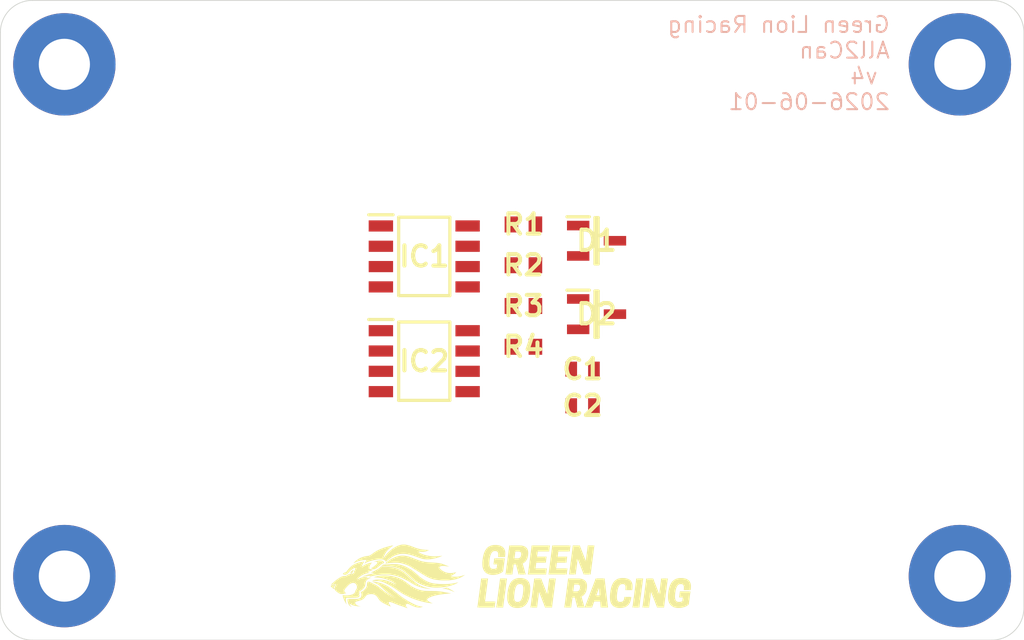
<source format=kicad_pcb>
(kicad_pcb (version 20241229) (generator "pcbnew") (generator_version "9.0")
  (title_block (title "All2Can") (date "${CURRENT_DATE}") (rev "v4") (company "Green Lion Racing") (comment 1 "Alexander Wallrodt"))
  (layers (0 "F.Cu" signal) (4 "In1.Cu" signal) (6 "In2.Cu" signal) (2 "B.Cu" signal) (13 "F.Paste" user) (15 "B.Paste" user) (5 "F.SilkS" user "F.Silkscreen") (7 "B.SilkS" user "B.Silkscreen") (1 "F.Mask" user) (3 "B.Mask" user) (25 "Edge.Cuts" user))
  (net 0 "")
  (net 1 "GND")
  (net 2 "+5V")
  (net 3 "+3V3")
  (net 4 "Net-(R1-Pad1)")
  (net 5 "Net-(R3-Pad1)")
  (net 6 "/CAN Transciever/CAN L 2")
  (net 7 "/CAN Transciever/CAN H 2")
  (net 8 "/CAN Transciever/CAN H 1")
  (net 9 "/CAN Transciever/CAN L 1")
  (net 10 "/CAN Transciever/RX 2")
  (net 11 "/CAN Transciever/TX 2")
  (net 12 "/CAN Transciever/RX 1")
  (net 13 "/CAN Transciever/TX 1")
  (footprint "SamacSys_Parts:SOT95P255X125-3N" (layer "F.Cu") (at 155.28 105.03)
    (property "Reference" "D1" (at 0 0 0) (layer "F.SilkS") (effects (font (size 1.27 1.27) (thickness 0.254))))
    (property "Value" "ESDCAN01-2BLY" (hide yes))
    (pad "1" smd rect (at -1.15 -0.95 90) (size 0.6 1.4) (layers "F.Cu" "F.Mask" "F.Paste") (net 7 "/CAN Transciever/CAN H 2"))
    (pad "2" smd rect (at -1.15 0.95 90) (size 0.6 1.4) (layers "F.Cu" "F.Mask" "F.Paste") (net 6 "/CAN Transciever/CAN L 2"))
    (pad "3" smd rect (at 1.15 0 90) (size 0.6 1.4) (layers "F.Cu" "F.Mask" "F.Paste") (net 1 "GND"))
  )
  (footprint "SamacSys_Parts:CAPC1608X90N" (layer "F.Cu") (at 154.405 113.06)
    (property "Reference" "C1" (at 0 0 0) (layer "F.SilkS") (effects (font (size 1.27 1.27) (thickness 0.254))))
    (property "Value" "0.1μF 50V" (hide yes))
    (pad "1" smd rect (at -0.71 0) (size 0.73 0.94) (layers "F.Cu" "F.Mask" "F.Paste") (net 2 "+5V"))
    (pad "2" smd rect (at 0.71 0) (size 0.73 0.94) (layers "F.Cu" "F.Mask" "F.Paste") (net 1 "GND"))
  )
  (footprint "SamacSys_Parts:RESC1608X50N" (layer "F.Cu") (at 150.705 111.66)
    (property "Reference" "R4" (at 0 0 0) (layer "F.SilkS") (effects (font (size 1.27 1.27) (thickness 0.254))))
    (property "Value" "120.0 Ω" (hide yes))
    (pad "1" smd rect (at -0.75 0) (size 0.85 1) (layers "F.Cu" "F.Mask" "F.Paste") (net 9 "/CAN Transciever/CAN L 1"))
    (pad "2" smd rect (at 0.75 0) (size 0.85 1) (layers "F.Cu" "F.Mask" "F.Paste") (net 5 "Net-(R3-Pad1)"))
  )
  (footprint "MountingHole:MountingHole_3.2mm_M3_Pad" (layer "F.Cu") (at 122 94)
    (property "Reference" "REF**" (hide yes))
    (property "Value" "MountingHole_3.2mm_M3_Pad" (hide yes))
    (pad "1" thru_hole circle (at 0 0) (size 6.4 6.4) (drill 3.2) (layers "*.Cu" "*.Mask"))
  )
  (footprint "MountingHole:MountingHole_3.2mm_M3_Pad" (layer "F.Cu") (at 122 126)
    (property "Reference" "REF**" (hide yes))
    (property "Value" "MountingHole_3.2mm_M3_Pad" (hide yes))
    (pad "1" thru_hole circle (at 0 0) (size 6.4 6.4) (drill 3.2) (layers "*.Cu" "*.Mask"))
  )
  (footprint "SamacSys_Parts:SOIC127P600X175-8N" (layer "F.Cu") (at 144.505 106.01)
    (property "Reference" "IC1" (at 0 0 0) (layer "F.SilkS") (effects (font (size 1.27 1.27) (thickness 0.254))))
    (property "Value" "TLE6250GV33XUMA1" (hide yes))
    (pad "1" smd rect (at -2.712 -1.905 90) (size 0.7 1.525) (layers "F.Cu" "F.Mask" "F.Paste") (net 11 "/CAN Transciever/TX 2"))
    (pad "2" smd rect (at -2.712 -0.635 90) (size 0.7 1.525) (layers "F.Cu" "F.Mask" "F.Paste") (net 1 "GND"))
    (pad "3" smd rect (at -2.712 0.635 90) (size 0.7 1.525) (layers "F.Cu" "F.Mask" "F.Paste") (net 2 "+5V"))
    (pad "4" smd rect (at -2.712 1.905 90) (size 0.7 1.525) (layers "F.Cu" "F.Mask" "F.Paste") (net 10 "/CAN Transciever/RX 2"))
    (pad "5" smd rect (at 2.712 1.905 90) (size 0.7 1.525) (layers "F.Cu" "F.Mask" "F.Paste") (net 3 "+3V3"))
    (pad "6" smd rect (at 2.712 0.635 90) (size 0.7 1.525) (layers "F.Cu" "F.Mask" "F.Paste") (net 6 "/CAN Transciever/CAN L 2"))
    (pad "7" smd rect (at 2.712 -0.635 90) (size 0.7 1.525) (layers "F.Cu" "F.Mask" "F.Paste") (net 7 "/CAN Transciever/CAN H 2"))
    (pad "8" smd rect (at 2.712 -1.905 90) (size 0.7 1.525) (layers "F.Cu" "F.Mask" "F.Paste") (net 1 "GND"))
  )
  (footprint "SamacSys_Parts:RESC1608X50N" (layer "F.Cu") (at 150.705 109.11)
    (property "Reference" "R3" (at 0 0 0) (layer "F.SilkS") (effects (font (size 1.27 1.27) (thickness 0.254))))
    (property "Value" "120.0 Ω" (hide yes))
    (pad "1" smd rect (at -0.75 0) (size 0.85 1) (layers "F.Cu" "F.Mask" "F.Paste") (net 5 "Net-(R3-Pad1)"))
    (pad "2" smd rect (at 0.75 0) (size 0.85 1) (layers "F.Cu" "F.Mask" "F.Paste") (net 8 "/CAN Transciever/CAN H 1"))
  )
  (footprint "MountingHole:MountingHole_3.2mm_M3_Pad" (layer "F.Cu") (at 178 94)
    (property "Reference" "REF**" (hide yes))
    (property "Value" "MountingHole_3.2mm_M3_Pad" (hide yes))
    (pad "1" thru_hole circle (at 0 0) (size 6.4 6.4) (drill 3.2) (layers "*.Cu" "*.Mask"))
  )
  (footprint "SamacSys_Parts:SOIC127P600X175-8N" (layer "F.Cu") (at 144.505 112.56)
    (property "Reference" "IC2" (at 0 0 0) (layer "F.SilkS") (effects (font (size 1.27 1.27) (thickness 0.254))))
    (property "Value" "TLE6250GV33XUMA1" (hide yes))
    (pad "1" smd rect (at -2.712 -1.905 90) (size 0.7 1.525) (layers "F.Cu" "F.Mask" "F.Paste") (net 13 "/CAN Transciever/TX 1"))
    (pad "2" smd rect (at -2.712 -0.635 90) (size 0.7 1.525) (layers "F.Cu" "F.Mask" "F.Paste") (net 1 "GND"))
    (pad "3" smd rect (at -2.712 0.635 90) (size 0.7 1.525) (layers "F.Cu" "F.Mask" "F.Paste") (net 2 "+5V"))
    (pad "4" smd rect (at -2.712 1.905 90) (size 0.7 1.525) (layers "F.Cu" "F.Mask" "F.Paste") (net 12 "/CAN Transciever/RX 1"))
    (pad "5" smd rect (at 2.712 1.905 90) (size 0.7 1.525) (layers "F.Cu" "F.Mask" "F.Paste") (net 3 "+3V3"))
    (pad "6" smd rect (at 2.712 0.635 90) (size 0.7 1.525) (layers "F.Cu" "F.Mask" "F.Paste") (net 9 "/CAN Transciever/CAN L 1"))
    (pad "7" smd rect (at 2.712 -0.635 90) (size 0.7 1.525) (layers "F.Cu" "F.Mask" "F.Paste") (net 8 "/CAN Transciever/CAN H 1"))
    (pad "8" smd rect (at 2.712 -1.905 90) (size 0.7 1.525) (layers "F.Cu" "F.Mask" "F.Paste") (net 1 "GND"))
  )
  (footprint "MountingHole:MountingHole_3.2mm_M3_Pad" (layer "F.Cu") (at 178 126)
    (property "Reference" "REF**" (hide yes))
    (property "Value" "MountingHole_3.2mm_M3_Pad" (hide yes))
    (pad "1" thru_hole circle (at 0 0) (size 6.4 6.4) (drill 3.2) (layers "*.Cu" "*.Mask"))
  )
  (footprint "SamacSys_Parts:CAPC1608X90N" (layer "F.Cu") (at 154.405 115.35)
    (property "Reference" "C2" (at 0 0 0) (layer "F.SilkS") (effects (font (size 1.27 1.27) (thickness 0.254))))
    (property "Value" "0.1μF 50V" (hide yes))
    (pad "1" smd rect (at -0.71 0) (size 0.73 0.94) (layers "F.Cu" "F.Mask" "F.Paste") (net 2 "+5V"))
    (pad "2" smd rect (at 0.71 0) (size 0.73 0.94) (layers "F.Cu" "F.Mask" "F.Paste") (net 1 "GND"))
  )
  (footprint "SamacSys_Parts:SOT95P255X125-3N" (layer "F.Cu") (at 155.28 109.62)
    (property "Reference" "D2" (at 0 0 0) (layer "F.SilkS") (effects (font (size 1.27 1.27) (thickness 0.254))))
    (property "Value" "ESDCAN01-2BLY" (hide yes))
    (pad "1" smd rect (at -1.15 -0.95 90) (size 0.6 1.4) (layers "F.Cu" "F.Mask" "F.Paste") (net 8 "/CAN Transciever/CAN H 1"))
    (pad "2" smd rect (at -1.15 0.95 90) (size 0.6 1.4) (layers "F.Cu" "F.Mask" "F.Paste") (net 9 "/CAN Transciever/CAN L 1"))
    (pad "3" smd rect (at 1.15 0 90) (size 0.6 1.4) (layers "F.Cu" "F.Mask" "F.Paste") (net 1 "GND"))
  )
  (footprint "GLR_KiCad_Library:glr-logo" (layer "F.Cu") (at 150 126.02)
    (property "Reference" "G***" (hide yes))
    (property "Value" "LOGO" (hide yes))
  )
  (footprint "SamacSys_Parts:RESC1608X50N" (layer "F.Cu") (at 150.705 106.56)
    (property "Reference" "R2" (at 0 0 0) (layer "F.SilkS") (effects (font (size 1.27 1.27) (thickness 0.254))))
    (property "Value" "120.0 Ω" (hide yes))
    (pad "1" smd rect (at -0.75 0) (size 0.85 1) (layers "F.Cu" "F.Mask" "F.Paste") (net 6 "/CAN Transciever/CAN L 2"))
    (pad "2" smd rect (at 0.75 0) (size 0.85 1) (layers "F.Cu" "F.Mask" "F.Paste") (net 4 "Net-(R1-Pad1)"))
  )
  (footprint "SamacSys_Parts:RESC1608X50N" (layer "F.Cu") (at 150.705 104.01)
    (property "Reference" "R1" (at 0 0 0) (layer "F.SilkS") (effects (font (size 1.27 1.27) (thickness 0.254))))
    (property "Value" "120.0 Ω" (hide yes))
    (pad "1" smd rect (at -0.75 0) (size 0.85 1) (layers "F.Cu" "F.Mask" "F.Paste") (net 4 "Net-(R1-Pad1)"))
    (pad "2" smd rect (at 0.75 0) (size 0.85 1) (layers "F.Cu" "F.Mask" "F.Paste") (net 7 "/CAN Transciever/CAN H 2"))
  )
  (gr_line (start 182 92) (end 182 128) (stroke (width 0.05)) (layer "Edge.Cuts"))
  (gr_arc (start 120 130) (mid 118.585786 129.414214) (end 118 128) (stroke (width 0.05)) (layer "Edge.Cuts"))
  (gr_line (start 120 130) (end 180 130) (stroke (width 0.05)) (layer "Edge.Cuts"))
  (gr_line (start 118 128) (end 118 92) (stroke (width 0.05)) (layer "Edge.Cuts"))
  (gr_arc (start 118 92) (mid 118.585786 90.585786) (end 120 90) (stroke (width 0.05)) (layer "Edge.Cuts"))
  (gr_arc (start 180 90) (mid 181.414214 90.585786) (end 182 92) (stroke (width 0.05)) (layer "Edge.Cuts"))
  (gr_line (start 120 90) (end 180 90) (stroke (width 0.05)) (layer "Edge.Cuts"))
  (gr_arc (start 182 128) (mid 181.414214 129.414214) (end 180 130) (stroke (width 0.05)) (layer "Edge.Cuts"))
  (gr_text "${COMPANY}\n${TITLE}\n${PROJECTNAME} ${REVISION}\n${ISSUE_DATE}" (at 173.7 96.93 0) (layer "B.SilkS") (effects (font (size 1 1) (thickness 0.125)) (justify left bottom mirror)))
)
</source>
